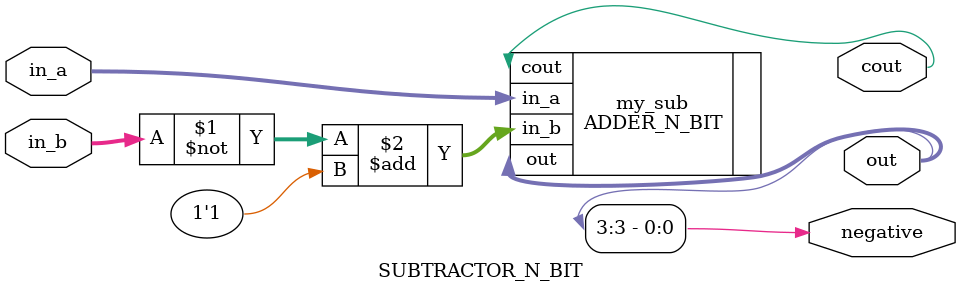
<source format=v>
`include "ADDER_N_BIT.v"

module SUBTRACTOR_N_BIT(out, cout, negative, in_a, in_b);
	parameter size = 4;
	input [size-1:0] in_a, in_b;
	output[size-1:0] out;
	output cout, negative;

	assign negative = out[size-1];

	ADDER_N_BIT #(.size(size)) my_sub(.out(out), .in_a(in_a), .cout(cout), .in_b(~in_b+1'b1));
	


endmodule
</source>
